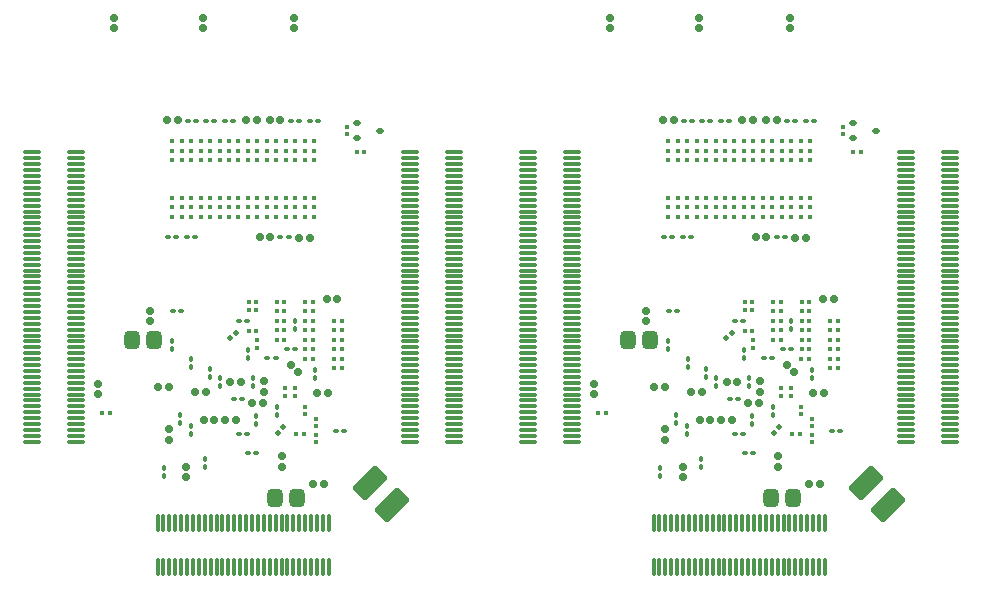
<source format=gbr>
G04*
G04 #@! TF.GenerationSoftware,Altium Limited,Altium Designer,22.4.2 (48)*
G04*
G04 Layer_Color=128*
%FSAX24Y24*%
%MOIN*%
G70*
G04*
G04 #@! TF.SameCoordinates,4E959B50-07AF-4267-8529-F93DF6EB4111*
G04*
G04*
G04 #@! TF.FilePolarity,Positive*
G04*
G01*
G75*
G04:AMPARAMS|DCode=17|XSize=25.2mil|YSize=25.2mil|CornerRadius=6.3mil|HoleSize=0mil|Usage=FLASHONLY|Rotation=90.000|XOffset=0mil|YOffset=0mil|HoleType=Round|Shape=RoundedRectangle|*
%AMROUNDEDRECTD17*
21,1,0.0252,0.0126,0,0,90.0*
21,1,0.0126,0.0252,0,0,90.0*
1,1,0.0126,0.0063,0.0063*
1,1,0.0126,0.0063,-0.0063*
1,1,0.0126,-0.0063,-0.0063*
1,1,0.0126,-0.0063,0.0063*
%
%ADD17ROUNDEDRECTD17*%
G04:AMPARAMS|DCode=25|XSize=59.1mil|YSize=51.2mil|CornerRadius=12.8mil|HoleSize=0mil|Usage=FLASHONLY|Rotation=90.000|XOffset=0mil|YOffset=0mil|HoleType=Round|Shape=RoundedRectangle|*
%AMROUNDEDRECTD25*
21,1,0.0591,0.0256,0,0,90.0*
21,1,0.0335,0.0512,0,0,90.0*
1,1,0.0256,0.0128,0.0167*
1,1,0.0256,0.0128,-0.0167*
1,1,0.0256,-0.0128,-0.0167*
1,1,0.0256,-0.0128,0.0167*
%
%ADD25ROUNDEDRECTD25*%
G04:AMPARAMS|DCode=26|XSize=23.6mil|YSize=23.6mil|CornerRadius=5.9mil|HoleSize=0mil|Usage=FLASHONLY|Rotation=270.000|XOffset=0mil|YOffset=0mil|HoleType=Round|Shape=RoundedRectangle|*
%AMROUNDEDRECTD26*
21,1,0.0236,0.0118,0,0,270.0*
21,1,0.0118,0.0236,0,0,270.0*
1,1,0.0118,-0.0059,-0.0059*
1,1,0.0118,-0.0059,0.0059*
1,1,0.0118,0.0059,0.0059*
1,1,0.0118,0.0059,-0.0059*
%
%ADD26ROUNDEDRECTD26*%
G04:AMPARAMS|DCode=27|XSize=23.6mil|YSize=23.6mil|CornerRadius=5.9mil|HoleSize=0mil|Usage=FLASHONLY|Rotation=0.000|XOffset=0mil|YOffset=0mil|HoleType=Round|Shape=RoundedRectangle|*
%AMROUNDEDRECTD27*
21,1,0.0236,0.0118,0,0,0.0*
21,1,0.0118,0.0236,0,0,0.0*
1,1,0.0118,0.0059,-0.0059*
1,1,0.0118,-0.0059,-0.0059*
1,1,0.0118,-0.0059,0.0059*
1,1,0.0118,0.0059,0.0059*
%
%ADD27ROUNDEDRECTD27*%
G04:AMPARAMS|DCode=28|XSize=25.2mil|YSize=25.2mil|CornerRadius=6.3mil|HoleSize=0mil|Usage=FLASHONLY|Rotation=0.000|XOffset=0mil|YOffset=0mil|HoleType=Round|Shape=RoundedRectangle|*
%AMROUNDEDRECTD28*
21,1,0.0252,0.0126,0,0,0.0*
21,1,0.0126,0.0252,0,0,0.0*
1,1,0.0126,0.0063,-0.0063*
1,1,0.0126,-0.0063,-0.0063*
1,1,0.0126,-0.0063,0.0063*
1,1,0.0126,0.0063,0.0063*
%
%ADD28ROUNDEDRECTD28*%
G04:AMPARAMS|DCode=30|XSize=25.2mil|YSize=25.2mil|CornerRadius=6.3mil|HoleSize=0mil|Usage=FLASHONLY|Rotation=225.000|XOffset=0mil|YOffset=0mil|HoleType=Round|Shape=RoundedRectangle|*
%AMROUNDEDRECTD30*
21,1,0.0252,0.0126,0,0,225.0*
21,1,0.0126,0.0252,0,0,225.0*
1,1,0.0126,-0.0089,0.0000*
1,1,0.0126,0.0000,0.0089*
1,1,0.0126,0.0089,0.0000*
1,1,0.0126,0.0000,-0.0089*
%
%ADD30ROUNDEDRECTD30*%
G04:AMPARAMS|DCode=31|XSize=13.8mil|YSize=15.7mil|CornerRadius=3.4mil|HoleSize=0mil|Usage=FLASHONLY|Rotation=270.000|XOffset=0mil|YOffset=0mil|HoleType=Round|Shape=RoundedRectangle|*
%AMROUNDEDRECTD31*
21,1,0.0138,0.0089,0,0,270.0*
21,1,0.0069,0.0157,0,0,270.0*
1,1,0.0069,-0.0044,-0.0034*
1,1,0.0069,-0.0044,0.0034*
1,1,0.0069,0.0044,0.0034*
1,1,0.0069,0.0044,-0.0034*
%
%ADD31ROUNDEDRECTD31*%
G04:AMPARAMS|DCode=32|XSize=13.8mil|YSize=15.7mil|CornerRadius=3.4mil|HoleSize=0mil|Usage=FLASHONLY|Rotation=180.000|XOffset=0mil|YOffset=0mil|HoleType=Round|Shape=RoundedRectangle|*
%AMROUNDEDRECTD32*
21,1,0.0138,0.0089,0,0,180.0*
21,1,0.0069,0.0157,0,0,180.0*
1,1,0.0069,-0.0034,0.0044*
1,1,0.0069,0.0034,0.0044*
1,1,0.0069,0.0034,-0.0044*
1,1,0.0069,-0.0034,-0.0044*
%
%ADD32ROUNDEDRECTD32*%
G04:AMPARAMS|DCode=33|XSize=16.5mil|YSize=18.1mil|CornerRadius=4.1mil|HoleSize=0mil|Usage=FLASHONLY|Rotation=270.000|XOffset=0mil|YOffset=0mil|HoleType=Round|Shape=RoundedRectangle|*
%AMROUNDEDRECTD33*
21,1,0.0165,0.0098,0,0,270.0*
21,1,0.0083,0.0181,0,0,270.0*
1,1,0.0083,-0.0049,-0.0041*
1,1,0.0083,-0.0049,0.0041*
1,1,0.0083,0.0049,0.0041*
1,1,0.0083,0.0049,-0.0041*
%
%ADD33ROUNDEDRECTD33*%
%ADD35C,0.0157*%
G04:AMPARAMS|DCode=37|XSize=18.5mil|YSize=23.6mil|CornerRadius=4.6mil|HoleSize=0mil|Usage=FLASHONLY|Rotation=90.000|XOffset=0mil|YOffset=0mil|HoleType=Round|Shape=RoundedRectangle|*
%AMROUNDEDRECTD37*
21,1,0.0185,0.0144,0,0,90.0*
21,1,0.0093,0.0236,0,0,90.0*
1,1,0.0093,0.0072,0.0046*
1,1,0.0093,0.0072,-0.0046*
1,1,0.0093,-0.0072,-0.0046*
1,1,0.0093,-0.0072,0.0046*
%
%ADD37ROUNDEDRECTD37*%
G04:AMPARAMS|DCode=52|XSize=11.8mil|YSize=59.1mil|CornerRadius=3mil|HoleSize=0mil|Usage=FLASHONLY|Rotation=270.000|XOffset=0mil|YOffset=0mil|HoleType=Round|Shape=RoundedRectangle|*
%AMROUNDEDRECTD52*
21,1,0.0118,0.0531,0,0,270.0*
21,1,0.0059,0.0591,0,0,270.0*
1,1,0.0059,-0.0266,-0.0030*
1,1,0.0059,-0.0266,0.0030*
1,1,0.0059,0.0266,0.0030*
1,1,0.0059,0.0266,-0.0030*
%
%ADD52ROUNDEDRECTD52*%
G04:AMPARAMS|DCode=53|XSize=110.2mil|YSize=65mil|CornerRadius=8.1mil|HoleSize=0mil|Usage=FLASHONLY|Rotation=45.000|XOffset=0mil|YOffset=0mil|HoleType=Round|Shape=RoundedRectangle|*
%AMROUNDEDRECTD53*
21,1,0.1102,0.0487,0,0,45.0*
21,1,0.0940,0.0650,0,0,45.0*
1,1,0.0162,0.0505,0.0160*
1,1,0.0162,-0.0160,-0.0505*
1,1,0.0162,-0.0505,-0.0160*
1,1,0.0162,0.0160,0.0505*
%
%ADD53ROUNDEDRECTD53*%
G04:AMPARAMS|DCode=54|XSize=16.5mil|YSize=18.1mil|CornerRadius=4.1mil|HoleSize=0mil|Usage=FLASHONLY|Rotation=180.000|XOffset=0mil|YOffset=0mil|HoleType=Round|Shape=RoundedRectangle|*
%AMROUNDEDRECTD54*
21,1,0.0165,0.0098,0,0,180.0*
21,1,0.0083,0.0181,0,0,180.0*
1,1,0.0083,-0.0041,0.0049*
1,1,0.0083,0.0041,0.0049*
1,1,0.0083,0.0041,-0.0049*
1,1,0.0083,-0.0041,-0.0049*
%
%ADD54ROUNDEDRECTD54*%
G04:AMPARAMS|DCode=55|XSize=16.5mil|YSize=18.1mil|CornerRadius=4.1mil|HoleSize=0mil|Usage=FLASHONLY|Rotation=135.000|XOffset=0mil|YOffset=0mil|HoleType=Round|Shape=RoundedRectangle|*
%AMROUNDEDRECTD55*
21,1,0.0165,0.0098,0,0,135.0*
21,1,0.0083,0.0181,0,0,135.0*
1,1,0.0083,0.0006,0.0064*
1,1,0.0083,0.0064,0.0006*
1,1,0.0083,-0.0006,-0.0064*
1,1,0.0083,-0.0064,-0.0006*
%
%ADD55ROUNDEDRECTD55*%
G04:AMPARAMS|DCode=56|XSize=11.8mil|YSize=59.1mil|CornerRadius=3mil|HoleSize=0mil|Usage=FLASHONLY|Rotation=0.000|XOffset=0mil|YOffset=0mil|HoleType=Round|Shape=RoundedRectangle|*
%AMROUNDEDRECTD56*
21,1,0.0118,0.0531,0,0,0.0*
21,1,0.0059,0.0591,0,0,0.0*
1,1,0.0059,0.0030,-0.0266*
1,1,0.0059,-0.0030,-0.0266*
1,1,0.0059,-0.0030,0.0266*
1,1,0.0059,0.0030,0.0266*
%
%ADD56ROUNDEDRECTD56*%
D17*
X010575Y010630D02*
D03*
X010213D02*
D03*
X011217Y009685D02*
D03*
X011579D02*
D03*
X009335Y010778D02*
D03*
X008972D02*
D03*
X014278Y010591D02*
D03*
X014640D02*
D03*
X014593Y013711D02*
D03*
X014955D02*
D03*
X014140Y007539D02*
D03*
X014502D02*
D03*
X013677Y015748D02*
D03*
X014039D02*
D03*
X009268Y019685D02*
D03*
X009630D02*
D03*
X012268D02*
D03*
X011906D02*
D03*
X012693D02*
D03*
X013055D02*
D03*
X027110Y010630D02*
D03*
X026748D02*
D03*
X027752Y009685D02*
D03*
X028114D02*
D03*
X025870Y010778D02*
D03*
X025508D02*
D03*
X030813Y010591D02*
D03*
X031175D02*
D03*
X031128Y013711D02*
D03*
X031490D02*
D03*
X030675Y007539D02*
D03*
X031037D02*
D03*
X030213Y015748D02*
D03*
X030575D02*
D03*
X025803Y019685D02*
D03*
X026165D02*
D03*
X028803D02*
D03*
X028441D02*
D03*
X029228D02*
D03*
X029591D02*
D03*
D25*
X008848Y012343D02*
D03*
X008100D02*
D03*
X013612Y007077D02*
D03*
X012864D02*
D03*
X025384Y012343D02*
D03*
X024636D02*
D03*
X030148Y007077D02*
D03*
X029400D02*
D03*
D26*
X012362Y015768D02*
D03*
X012717D02*
D03*
X010846Y009675D02*
D03*
X010492D02*
D03*
X012106Y010256D02*
D03*
X012461D02*
D03*
X011742Y010955D02*
D03*
X011388D02*
D03*
X028898Y015768D02*
D03*
X029252D02*
D03*
X027382Y009675D02*
D03*
X027028D02*
D03*
X028642Y010256D02*
D03*
X028996D02*
D03*
X028278Y010955D02*
D03*
X027923D02*
D03*
D27*
X010482Y022736D02*
D03*
Y023091D02*
D03*
X013494Y022736D02*
D03*
Y023091D02*
D03*
X007490Y022736D02*
D03*
Y023091D02*
D03*
X027018Y022736D02*
D03*
Y023091D02*
D03*
X030030Y022736D02*
D03*
Y023091D02*
D03*
X024026Y022736D02*
D03*
Y023091D02*
D03*
D28*
X009341Y009032D02*
D03*
Y009394D02*
D03*
X009921Y007772D02*
D03*
Y008134D02*
D03*
X012490Y010988D02*
D03*
Y010626D02*
D03*
X008720Y012968D02*
D03*
Y013331D02*
D03*
X013120Y008469D02*
D03*
Y008106D02*
D03*
X006959Y010900D02*
D03*
Y010537D02*
D03*
X025876Y009032D02*
D03*
Y009394D02*
D03*
X026457Y007772D02*
D03*
Y008134D02*
D03*
X029026Y010988D02*
D03*
Y010626D02*
D03*
X025256Y012968D02*
D03*
Y013331D02*
D03*
X029656Y008469D02*
D03*
Y008106D02*
D03*
X023494Y010900D02*
D03*
Y010537D02*
D03*
D30*
X013396Y011526D02*
D03*
X013652Y011270D02*
D03*
X029931Y011526D02*
D03*
X030187Y011270D02*
D03*
D31*
X015856Y018622D02*
D03*
X015600D02*
D03*
X015098Y012992D02*
D03*
X014843D02*
D03*
X015098Y012047D02*
D03*
X014843D02*
D03*
X014134Y011732D02*
D03*
X013878D02*
D03*
X015098Y012677D02*
D03*
X014843D02*
D03*
X015098Y011732D02*
D03*
X014843D02*
D03*
X015098Y012362D02*
D03*
X014843D02*
D03*
X012254Y013346D02*
D03*
X011998D02*
D03*
X012254Y012667D02*
D03*
X011998D02*
D03*
X012254Y013632D02*
D03*
X011998D02*
D03*
X014144Y013307D02*
D03*
X013888D02*
D03*
X013189Y013622D02*
D03*
X012933D02*
D03*
X015098Y011417D02*
D03*
X014843D02*
D03*
X013189Y013307D02*
D03*
X012933D02*
D03*
X013189Y012362D02*
D03*
X012933D02*
D03*
X013189Y012677D02*
D03*
X012933D02*
D03*
X013189Y012992D02*
D03*
X012933D02*
D03*
X014144Y012362D02*
D03*
X013888D02*
D03*
X014144Y012992D02*
D03*
X013888D02*
D03*
X014144Y013622D02*
D03*
X013888D02*
D03*
X014144Y012677D02*
D03*
X013888D02*
D03*
X014144Y012047D02*
D03*
X013888D02*
D03*
X007106Y009902D02*
D03*
X007362D02*
D03*
X013579Y009209D02*
D03*
X013835D02*
D03*
X032392Y018622D02*
D03*
X032136D02*
D03*
X031634Y012992D02*
D03*
X031378D02*
D03*
X031634Y012047D02*
D03*
X031378D02*
D03*
X030669Y011732D02*
D03*
X030413D02*
D03*
X031634Y012677D02*
D03*
X031378D02*
D03*
X031634Y011732D02*
D03*
X031378D02*
D03*
X031634Y012362D02*
D03*
X031378D02*
D03*
X028789Y013346D02*
D03*
X028533D02*
D03*
X028789Y012667D02*
D03*
X028533D02*
D03*
X028789Y013632D02*
D03*
X028533D02*
D03*
X030679Y013307D02*
D03*
X030423D02*
D03*
X029724Y013622D02*
D03*
X029469D02*
D03*
X031634Y011417D02*
D03*
X031378D02*
D03*
X029724Y013307D02*
D03*
X029469D02*
D03*
X029724Y012362D02*
D03*
X029469D02*
D03*
X029724Y012677D02*
D03*
X029469D02*
D03*
X029724Y012992D02*
D03*
X029469D02*
D03*
X030679Y012362D02*
D03*
X030423D02*
D03*
X030679Y012992D02*
D03*
X030423D02*
D03*
X030679Y013622D02*
D03*
X030423D02*
D03*
X030679Y012677D02*
D03*
X030423D02*
D03*
X030679Y012047D02*
D03*
X030423D02*
D03*
X023642Y009902D02*
D03*
X023898D02*
D03*
X030114Y009209D02*
D03*
X030370D02*
D03*
D32*
X015285Y019203D02*
D03*
Y019459D02*
D03*
X012283Y012352D02*
D03*
Y012096D02*
D03*
X013199Y010492D02*
D03*
Y010748D02*
D03*
X013543Y010492D02*
D03*
Y010748D02*
D03*
X014232Y009193D02*
D03*
Y008937D02*
D03*
Y009734D02*
D03*
Y009478D02*
D03*
X013878Y010128D02*
D03*
Y009872D02*
D03*
X031821Y019203D02*
D03*
Y019459D02*
D03*
X028819Y012352D02*
D03*
Y012096D02*
D03*
X029734Y010492D02*
D03*
Y010748D02*
D03*
X030079Y010492D02*
D03*
Y010748D02*
D03*
X030768Y009193D02*
D03*
Y008937D02*
D03*
Y009734D02*
D03*
Y009478D02*
D03*
X030413Y010128D02*
D03*
Y009872D02*
D03*
D33*
X011500Y010384D02*
D03*
X011768D02*
D03*
X012622Y011742D02*
D03*
X012890D02*
D03*
X011945Y012996D02*
D03*
X011677D02*
D03*
X013530Y012047D02*
D03*
X013262D02*
D03*
X009750Y013317D02*
D03*
X009482D02*
D03*
X011944Y009216D02*
D03*
X011676D02*
D03*
X012256Y008583D02*
D03*
X011988D02*
D03*
X014896Y009311D02*
D03*
X015163D02*
D03*
X014039Y019646D02*
D03*
X014307D02*
D03*
X013323Y015787D02*
D03*
X013055D02*
D03*
X011472Y019646D02*
D03*
X011205D02*
D03*
X009984D02*
D03*
X010252D02*
D03*
X010843D02*
D03*
X010575D02*
D03*
X009945Y015787D02*
D03*
X010213D02*
D03*
X013409Y019646D02*
D03*
X013677D02*
D03*
X009305Y015778D02*
D03*
X009573D02*
D03*
X028035Y010384D02*
D03*
X028303D02*
D03*
X029157Y011742D02*
D03*
X029425D02*
D03*
X028481Y012996D02*
D03*
X028213D02*
D03*
X030065Y012047D02*
D03*
X029797D02*
D03*
X026285Y013317D02*
D03*
X026018D02*
D03*
X028480Y009216D02*
D03*
X028212D02*
D03*
X028791Y008583D02*
D03*
X028524D02*
D03*
X031431Y009311D02*
D03*
X031699D02*
D03*
X030575Y019646D02*
D03*
X030843D02*
D03*
X029858Y015787D02*
D03*
X029591D02*
D03*
X028008Y019646D02*
D03*
X027740D02*
D03*
X026520D02*
D03*
X026787D02*
D03*
X027378D02*
D03*
X027110D02*
D03*
X026480Y015787D02*
D03*
X026748D02*
D03*
X029945Y019646D02*
D03*
X030213D02*
D03*
X025841Y015778D02*
D03*
X026108D02*
D03*
D35*
X013858Y018976D02*
D03*
X013543D02*
D03*
X014173D02*
D03*
X013543Y018661D02*
D03*
X013228Y018976D02*
D03*
X012913D02*
D03*
X013228Y018661D02*
D03*
X012913D02*
D03*
X014173D02*
D03*
X013858D02*
D03*
X014173Y018346D02*
D03*
X013858D02*
D03*
X013228D02*
D03*
X012913D02*
D03*
X013543D02*
D03*
X012598Y018976D02*
D03*
X012283D02*
D03*
Y018661D02*
D03*
X011969D02*
D03*
Y018976D02*
D03*
X011654D02*
D03*
Y018661D02*
D03*
X012598D02*
D03*
X011969Y018346D02*
D03*
X012598D02*
D03*
X012283D02*
D03*
X011654D02*
D03*
X014173Y017087D02*
D03*
X013543D02*
D03*
X013228D02*
D03*
X013858D02*
D03*
X013228Y016772D02*
D03*
X014173D02*
D03*
X013858D02*
D03*
X014173Y016457D02*
D03*
X013858D02*
D03*
X013543Y016772D02*
D03*
X013228Y016457D02*
D03*
X013543D02*
D03*
X012598Y017087D02*
D03*
X012283D02*
D03*
X012913D02*
D03*
X012283Y016772D02*
D03*
X011969Y017087D02*
D03*
X011654D02*
D03*
X011969Y016772D02*
D03*
X012913D02*
D03*
X012598D02*
D03*
X012913Y016457D02*
D03*
X012598D02*
D03*
X011969D02*
D03*
X011654D02*
D03*
X012283D02*
D03*
X011024Y018976D02*
D03*
X010709D02*
D03*
X011339D02*
D03*
X010709Y018661D02*
D03*
X010394D02*
D03*
X011339D02*
D03*
X011024D02*
D03*
X011339Y018346D02*
D03*
X011024D02*
D03*
X010709D02*
D03*
X010394D02*
D03*
X009449Y018976D02*
D03*
X010079D02*
D03*
X009764D02*
D03*
X010394D02*
D03*
X010079Y018661D02*
D03*
Y018346D02*
D03*
X009764D02*
D03*
Y018661D02*
D03*
X009449D02*
D03*
Y018346D02*
D03*
X011339Y017087D02*
D03*
X011024Y016772D02*
D03*
X011654D02*
D03*
X011339D02*
D03*
X011024Y017087D02*
D03*
X010709D02*
D03*
Y016772D02*
D03*
Y016457D02*
D03*
X010394D02*
D03*
X011339D02*
D03*
X011024D02*
D03*
X009764Y017087D02*
D03*
X009449D02*
D03*
X010394D02*
D03*
X010079D02*
D03*
X010394Y016772D02*
D03*
X010079D02*
D03*
Y016457D02*
D03*
X009764D02*
D03*
Y016772D02*
D03*
X009449D02*
D03*
Y016457D02*
D03*
X030394Y018976D02*
D03*
X030079D02*
D03*
X030709D02*
D03*
X030079Y018661D02*
D03*
X029764Y018976D02*
D03*
X029449D02*
D03*
X029764Y018661D02*
D03*
X029449D02*
D03*
X030709D02*
D03*
X030394D02*
D03*
X030709Y018346D02*
D03*
X030394D02*
D03*
X029764D02*
D03*
X029449D02*
D03*
X030079D02*
D03*
X029134Y018976D02*
D03*
X028819D02*
D03*
Y018661D02*
D03*
X028504D02*
D03*
Y018976D02*
D03*
X028189D02*
D03*
Y018661D02*
D03*
X029134D02*
D03*
X028504Y018346D02*
D03*
X029134D02*
D03*
X028819D02*
D03*
X028189D02*
D03*
X030709Y017087D02*
D03*
X030079D02*
D03*
X029764D02*
D03*
X030394D02*
D03*
X029764Y016772D02*
D03*
X030709D02*
D03*
X030394D02*
D03*
X030709Y016457D02*
D03*
X030394D02*
D03*
X030079Y016772D02*
D03*
X029764Y016457D02*
D03*
X030079D02*
D03*
X029134Y017087D02*
D03*
X028819D02*
D03*
X029449D02*
D03*
X028819Y016772D02*
D03*
X028504Y017087D02*
D03*
X028189D02*
D03*
X028504Y016772D02*
D03*
X029449D02*
D03*
X029134D02*
D03*
X029449Y016457D02*
D03*
X029134D02*
D03*
X028504D02*
D03*
X028189D02*
D03*
X028819D02*
D03*
X027559Y018976D02*
D03*
X027244D02*
D03*
X027874D02*
D03*
X027244Y018661D02*
D03*
X026929D02*
D03*
X027874D02*
D03*
X027559D02*
D03*
X027874Y018346D02*
D03*
X027559D02*
D03*
X027244D02*
D03*
X026929D02*
D03*
X025984Y018976D02*
D03*
X026614D02*
D03*
X026299D02*
D03*
X026929D02*
D03*
X026614Y018661D02*
D03*
Y018346D02*
D03*
X026299D02*
D03*
Y018661D02*
D03*
X025984D02*
D03*
Y018346D02*
D03*
X027874Y017087D02*
D03*
X027559Y016772D02*
D03*
X028189D02*
D03*
X027874D02*
D03*
X027559Y017087D02*
D03*
X027244D02*
D03*
Y016772D02*
D03*
Y016457D02*
D03*
X026929D02*
D03*
X027874D02*
D03*
X027559D02*
D03*
X026299Y017087D02*
D03*
X025984D02*
D03*
X026929D02*
D03*
X026614D02*
D03*
X026929Y016772D02*
D03*
X026614D02*
D03*
Y016457D02*
D03*
X026299D02*
D03*
Y016772D02*
D03*
X025984D02*
D03*
Y016457D02*
D03*
D37*
X016359Y019332D02*
D03*
X015611Y019076D02*
D03*
Y019588D02*
D03*
X032894Y019332D02*
D03*
X032146Y019076D02*
D03*
Y019588D02*
D03*
D52*
X018839Y018209D02*
D03*
Y018012D02*
D03*
Y018602D02*
D03*
Y018406D02*
D03*
X006240Y015453D02*
D03*
Y015059D02*
D03*
Y015256D02*
D03*
Y016043D02*
D03*
Y016240D02*
D03*
Y015650D02*
D03*
Y015846D02*
D03*
Y013878D02*
D03*
Y014075D02*
D03*
Y013484D02*
D03*
Y013681D02*
D03*
Y014665D02*
D03*
Y014862D02*
D03*
Y014272D02*
D03*
Y014468D02*
D03*
Y018209D02*
D03*
Y018012D02*
D03*
Y017618D02*
D03*
Y017815D02*
D03*
Y018406D02*
D03*
Y018602D02*
D03*
Y016831D02*
D03*
Y017028D02*
D03*
Y016437D02*
D03*
Y016634D02*
D03*
Y017224D02*
D03*
Y017421D02*
D03*
Y009941D02*
D03*
Y009744D02*
D03*
Y010138D02*
D03*
Y013091D02*
D03*
Y013287D02*
D03*
Y012697D02*
D03*
Y012894D02*
D03*
Y009350D02*
D03*
Y009547D02*
D03*
Y008957D02*
D03*
Y009154D02*
D03*
Y011713D02*
D03*
Y011516D02*
D03*
Y011909D02*
D03*
Y011319D02*
D03*
Y012303D02*
D03*
Y012500D02*
D03*
Y012106D02*
D03*
Y010532D02*
D03*
Y010728D02*
D03*
Y010335D02*
D03*
Y010925D02*
D03*
Y011122D02*
D03*
X004783Y015256D02*
D03*
Y015453D02*
D03*
Y016043D02*
D03*
Y016240D02*
D03*
Y015650D02*
D03*
Y015846D02*
D03*
Y014075D02*
D03*
Y014272D02*
D03*
Y013287D02*
D03*
Y013878D02*
D03*
Y014862D02*
D03*
Y015059D02*
D03*
Y014468D02*
D03*
Y014665D02*
D03*
Y018209D02*
D03*
Y018012D02*
D03*
Y017618D02*
D03*
Y017815D02*
D03*
Y018406D02*
D03*
Y018602D02*
D03*
Y016437D02*
D03*
Y016634D02*
D03*
Y013484D02*
D03*
Y013681D02*
D03*
Y017224D02*
D03*
Y017421D02*
D03*
Y016831D02*
D03*
Y017028D02*
D03*
Y012303D02*
D03*
Y012106D02*
D03*
Y012500D02*
D03*
Y011713D02*
D03*
Y011909D02*
D03*
Y012894D02*
D03*
Y013091D02*
D03*
Y012697D02*
D03*
Y008957D02*
D03*
Y009547D02*
D03*
Y009744D02*
D03*
Y009154D02*
D03*
Y009350D02*
D03*
Y010925D02*
D03*
Y010728D02*
D03*
Y011122D02*
D03*
Y010532D02*
D03*
Y011319D02*
D03*
Y011516D02*
D03*
Y010138D02*
D03*
Y010335D02*
D03*
Y009941D02*
D03*
X018839Y015453D02*
D03*
Y015059D02*
D03*
Y015256D02*
D03*
Y016043D02*
D03*
Y016240D02*
D03*
Y015650D02*
D03*
Y015846D02*
D03*
Y013878D02*
D03*
Y014075D02*
D03*
Y013484D02*
D03*
Y013681D02*
D03*
Y014665D02*
D03*
Y014862D02*
D03*
Y014272D02*
D03*
Y014468D02*
D03*
Y017618D02*
D03*
Y017815D02*
D03*
Y016831D02*
D03*
Y017028D02*
D03*
Y016437D02*
D03*
Y016634D02*
D03*
Y017224D02*
D03*
Y017421D02*
D03*
Y009941D02*
D03*
Y009744D02*
D03*
Y010138D02*
D03*
Y013091D02*
D03*
Y013287D02*
D03*
Y012697D02*
D03*
Y012894D02*
D03*
Y009350D02*
D03*
Y009547D02*
D03*
Y008957D02*
D03*
Y009154D02*
D03*
Y011713D02*
D03*
Y011516D02*
D03*
Y011909D02*
D03*
Y011319D02*
D03*
Y012303D02*
D03*
Y012500D02*
D03*
Y012106D02*
D03*
Y010532D02*
D03*
Y010728D02*
D03*
Y010335D02*
D03*
Y010925D02*
D03*
Y011122D02*
D03*
X017382Y015256D02*
D03*
Y015453D02*
D03*
Y016043D02*
D03*
Y016240D02*
D03*
Y015650D02*
D03*
Y015846D02*
D03*
Y014075D02*
D03*
Y014272D02*
D03*
Y013287D02*
D03*
Y013878D02*
D03*
Y014862D02*
D03*
Y015059D02*
D03*
Y014468D02*
D03*
Y014665D02*
D03*
Y018209D02*
D03*
Y018012D02*
D03*
Y017618D02*
D03*
Y017815D02*
D03*
Y018406D02*
D03*
Y018602D02*
D03*
Y016437D02*
D03*
Y016634D02*
D03*
Y013484D02*
D03*
Y013681D02*
D03*
Y017224D02*
D03*
Y017421D02*
D03*
Y016831D02*
D03*
Y017028D02*
D03*
Y012303D02*
D03*
Y012106D02*
D03*
Y012500D02*
D03*
Y011713D02*
D03*
Y011909D02*
D03*
Y012894D02*
D03*
Y013091D02*
D03*
Y012697D02*
D03*
Y008957D02*
D03*
Y009547D02*
D03*
Y009744D02*
D03*
Y009154D02*
D03*
Y009350D02*
D03*
Y010925D02*
D03*
Y010728D02*
D03*
Y011122D02*
D03*
Y010532D02*
D03*
Y011319D02*
D03*
Y011516D02*
D03*
Y010138D02*
D03*
Y010335D02*
D03*
Y009941D02*
D03*
X035374Y018209D02*
D03*
Y018012D02*
D03*
Y018602D02*
D03*
Y018406D02*
D03*
X022776Y015453D02*
D03*
Y015059D02*
D03*
Y015256D02*
D03*
Y016043D02*
D03*
Y016240D02*
D03*
Y015650D02*
D03*
Y015846D02*
D03*
Y013878D02*
D03*
Y014075D02*
D03*
Y013484D02*
D03*
Y013681D02*
D03*
Y014665D02*
D03*
Y014862D02*
D03*
Y014272D02*
D03*
Y014468D02*
D03*
Y018209D02*
D03*
Y018012D02*
D03*
Y017618D02*
D03*
Y017815D02*
D03*
Y018406D02*
D03*
Y018602D02*
D03*
Y016831D02*
D03*
Y017028D02*
D03*
Y016437D02*
D03*
Y016634D02*
D03*
Y017224D02*
D03*
Y017421D02*
D03*
Y009941D02*
D03*
Y009744D02*
D03*
Y010138D02*
D03*
Y013091D02*
D03*
Y013287D02*
D03*
Y012697D02*
D03*
Y012894D02*
D03*
Y009350D02*
D03*
Y009547D02*
D03*
Y008957D02*
D03*
Y009154D02*
D03*
Y011713D02*
D03*
Y011516D02*
D03*
Y011909D02*
D03*
Y011319D02*
D03*
Y012303D02*
D03*
Y012500D02*
D03*
Y012106D02*
D03*
Y010532D02*
D03*
Y010728D02*
D03*
Y010335D02*
D03*
Y010925D02*
D03*
Y011122D02*
D03*
X021319Y015256D02*
D03*
Y015453D02*
D03*
Y016043D02*
D03*
Y016240D02*
D03*
Y015650D02*
D03*
Y015846D02*
D03*
Y014075D02*
D03*
Y014272D02*
D03*
Y013287D02*
D03*
Y013878D02*
D03*
Y014862D02*
D03*
Y015059D02*
D03*
Y014468D02*
D03*
Y014665D02*
D03*
Y018209D02*
D03*
Y018012D02*
D03*
Y017618D02*
D03*
Y017815D02*
D03*
Y018406D02*
D03*
Y018602D02*
D03*
Y016437D02*
D03*
Y016634D02*
D03*
Y013484D02*
D03*
Y013681D02*
D03*
Y017224D02*
D03*
Y017421D02*
D03*
Y016831D02*
D03*
Y017028D02*
D03*
Y012303D02*
D03*
Y012106D02*
D03*
Y012500D02*
D03*
Y011713D02*
D03*
Y011909D02*
D03*
Y012894D02*
D03*
Y013091D02*
D03*
Y012697D02*
D03*
Y008957D02*
D03*
Y009547D02*
D03*
Y009744D02*
D03*
Y009154D02*
D03*
Y009350D02*
D03*
Y010925D02*
D03*
Y010728D02*
D03*
Y011122D02*
D03*
Y010532D02*
D03*
Y011319D02*
D03*
Y011516D02*
D03*
Y010138D02*
D03*
Y010335D02*
D03*
Y009941D02*
D03*
X035374Y015453D02*
D03*
Y015059D02*
D03*
Y015256D02*
D03*
Y016043D02*
D03*
Y016240D02*
D03*
Y015650D02*
D03*
Y015846D02*
D03*
Y013878D02*
D03*
Y014075D02*
D03*
Y013484D02*
D03*
Y013681D02*
D03*
Y014665D02*
D03*
Y014862D02*
D03*
Y014272D02*
D03*
Y014468D02*
D03*
Y017618D02*
D03*
Y017815D02*
D03*
Y016831D02*
D03*
Y017028D02*
D03*
Y016437D02*
D03*
Y016634D02*
D03*
Y017224D02*
D03*
Y017421D02*
D03*
Y009941D02*
D03*
Y009744D02*
D03*
Y010138D02*
D03*
Y013091D02*
D03*
Y013287D02*
D03*
Y012697D02*
D03*
Y012894D02*
D03*
Y009350D02*
D03*
Y009547D02*
D03*
Y008957D02*
D03*
Y009154D02*
D03*
Y011713D02*
D03*
Y011516D02*
D03*
Y011909D02*
D03*
Y011319D02*
D03*
Y012303D02*
D03*
Y012500D02*
D03*
Y012106D02*
D03*
Y010532D02*
D03*
Y010728D02*
D03*
Y010335D02*
D03*
Y010925D02*
D03*
Y011122D02*
D03*
X033917Y015256D02*
D03*
Y015453D02*
D03*
Y016043D02*
D03*
Y016240D02*
D03*
Y015650D02*
D03*
Y015846D02*
D03*
Y014075D02*
D03*
Y014272D02*
D03*
Y013287D02*
D03*
Y013878D02*
D03*
Y014862D02*
D03*
Y015059D02*
D03*
Y014468D02*
D03*
Y014665D02*
D03*
Y018209D02*
D03*
Y018012D02*
D03*
Y017618D02*
D03*
Y017815D02*
D03*
Y018406D02*
D03*
Y018602D02*
D03*
Y016437D02*
D03*
Y016634D02*
D03*
Y013484D02*
D03*
Y013681D02*
D03*
Y017224D02*
D03*
Y017421D02*
D03*
Y016831D02*
D03*
Y017028D02*
D03*
Y012303D02*
D03*
Y012106D02*
D03*
Y012500D02*
D03*
Y011713D02*
D03*
Y011909D02*
D03*
Y012894D02*
D03*
Y013091D02*
D03*
Y012697D02*
D03*
Y008957D02*
D03*
Y009547D02*
D03*
Y009744D02*
D03*
Y009154D02*
D03*
Y009350D02*
D03*
Y010925D02*
D03*
Y010728D02*
D03*
Y011122D02*
D03*
Y010532D02*
D03*
Y011319D02*
D03*
Y011516D02*
D03*
Y010138D02*
D03*
Y010335D02*
D03*
Y009941D02*
D03*
D53*
X016786Y006836D02*
D03*
X016048Y007574D02*
D03*
X033322Y006836D02*
D03*
X032584Y007574D02*
D03*
D54*
X010069Y009226D02*
D03*
Y009494D02*
D03*
X009705Y009581D02*
D03*
Y009848D02*
D03*
X010551Y008382D02*
D03*
Y008114D02*
D03*
X009183Y008087D02*
D03*
Y007819D02*
D03*
X011959Y011766D02*
D03*
Y012033D02*
D03*
X010715Y011115D02*
D03*
Y011382D02*
D03*
X011053Y010821D02*
D03*
Y011089D02*
D03*
X012923Y010124D02*
D03*
Y009856D02*
D03*
X012254Y009561D02*
D03*
Y009829D02*
D03*
X012136Y011079D02*
D03*
Y010811D02*
D03*
X009453Y012062D02*
D03*
Y012330D02*
D03*
X010089Y011709D02*
D03*
Y011441D02*
D03*
X014222Y011087D02*
D03*
Y011354D02*
D03*
X013543Y012978D02*
D03*
Y012711D02*
D03*
X026604Y009226D02*
D03*
Y009494D02*
D03*
X026240Y009581D02*
D03*
Y009848D02*
D03*
X027087Y008382D02*
D03*
Y008114D02*
D03*
X025719Y008087D02*
D03*
Y007819D02*
D03*
X028494Y011766D02*
D03*
Y012033D02*
D03*
X027250Y011115D02*
D03*
Y011382D02*
D03*
X027589Y010821D02*
D03*
Y011089D02*
D03*
X029459Y010124D02*
D03*
Y009856D02*
D03*
X028789Y009561D02*
D03*
Y009829D02*
D03*
X028671Y011079D02*
D03*
Y010811D02*
D03*
X025989Y012062D02*
D03*
Y012330D02*
D03*
X026624Y011709D02*
D03*
Y011441D02*
D03*
X030758Y011087D02*
D03*
Y011354D02*
D03*
X030079Y012978D02*
D03*
Y012711D02*
D03*
D55*
X011382Y012405D02*
D03*
X011571Y012595D02*
D03*
X013146Y009435D02*
D03*
X012957Y009246D02*
D03*
X027917Y012405D02*
D03*
X028106Y012595D02*
D03*
X029681Y009435D02*
D03*
X029492Y009246D02*
D03*
D56*
X013878Y006240D02*
D03*
X014075D02*
D03*
X014468D02*
D03*
X014272D02*
D03*
X014665D02*
D03*
X012500D02*
D03*
X012303D02*
D03*
X012697D02*
D03*
X011909D02*
D03*
X011713D02*
D03*
X012106D02*
D03*
X013484D02*
D03*
X013287D02*
D03*
X013681D02*
D03*
X013091D02*
D03*
X012894D02*
D03*
X014272Y004783D02*
D03*
X014075D02*
D03*
X014468D02*
D03*
X014665D02*
D03*
X012500D02*
D03*
X012303D02*
D03*
X012697D02*
D03*
X011909D02*
D03*
X011713D02*
D03*
X012106D02*
D03*
X013681D02*
D03*
X013484D02*
D03*
X013878D02*
D03*
X013091D02*
D03*
X012894D02*
D03*
X013287D02*
D03*
X010728Y006240D02*
D03*
X010532D02*
D03*
X010925D02*
D03*
X010335D02*
D03*
X011516D02*
D03*
X011319D02*
D03*
X011122D02*
D03*
X009350D02*
D03*
X009154D02*
D03*
X009547D02*
D03*
X008957D02*
D03*
X009941D02*
D03*
X009744D02*
D03*
X010138D02*
D03*
X010728Y004783D02*
D03*
X010532D02*
D03*
X010925D02*
D03*
X010335D02*
D03*
X010138D02*
D03*
X011319D02*
D03*
X011122D02*
D03*
X011516D02*
D03*
X009154D02*
D03*
X008957D02*
D03*
X009350D02*
D03*
X009744D02*
D03*
X009547D02*
D03*
X009941D02*
D03*
X030413Y006240D02*
D03*
X030610D02*
D03*
X031004D02*
D03*
X030807D02*
D03*
X031201D02*
D03*
X029035D02*
D03*
X028839D02*
D03*
X029232D02*
D03*
X028445D02*
D03*
X028248D02*
D03*
X028642D02*
D03*
X030020D02*
D03*
X029823D02*
D03*
X030217D02*
D03*
X029626D02*
D03*
X029429D02*
D03*
X030807Y004783D02*
D03*
X030610D02*
D03*
X031004D02*
D03*
X031201D02*
D03*
X029035D02*
D03*
X028839D02*
D03*
X029232D02*
D03*
X028445D02*
D03*
X028248D02*
D03*
X028642D02*
D03*
X030217D02*
D03*
X030020D02*
D03*
X030413D02*
D03*
X029626D02*
D03*
X029429D02*
D03*
X029823D02*
D03*
X027264Y006240D02*
D03*
X027067D02*
D03*
X027461D02*
D03*
X026870D02*
D03*
X028051D02*
D03*
X027854D02*
D03*
X027657D02*
D03*
X025886D02*
D03*
X025689D02*
D03*
X026083D02*
D03*
X025492D02*
D03*
X026476D02*
D03*
X026280D02*
D03*
X026673D02*
D03*
X027264Y004783D02*
D03*
X027067D02*
D03*
X027461D02*
D03*
X026870D02*
D03*
X026673D02*
D03*
X027854D02*
D03*
X027657D02*
D03*
X028051D02*
D03*
X025689D02*
D03*
X025492D02*
D03*
X025886D02*
D03*
X026280D02*
D03*
X026083D02*
D03*
X026476D02*
D03*
M02*

</source>
